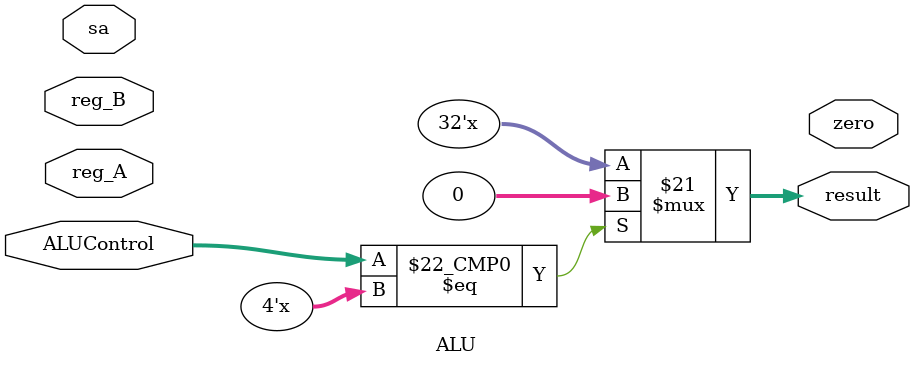
<source format=v>
`timescale 100fs/100fs

module ALU( input [3:0]   ALUControl
          , input [31:0] reg_A
          , input [31:0] reg_B
          , input [4:0]  sa
          , output reg [31:0] result
          , output reg zero 
          ); 

    always @(ALUControl or reg_A or reg_B or sa) 
    begin
        result = 32'b0;

        case (ALUControl)
            4'bxxxx: result = 32'b0;   // jr , j, jal

            4'b0000: result = reg_A & reg_B;  // and, andi

            4'b0001: result = reg_A | reg_B;  // or, ori

            4'b0010:  result = reg_A + reg_B;  // add,addi,addu,addiu,sw,lw

            4'b0011:                           // beq : equal branch
                    begin 
                        result = reg_A - reg_B;
                    end

            4'b0100:                        // bne : not equal branch
                    begin
                        result = reg_A - reg_B;        
                    end

            4'b0101: result = reg_B << reg_A;   //  sllv

            4'b0110: result = reg_A - reg_B;   // sub, subu

            4'b0111: result = $signed(reg_A) < $signed(reg_B) ? 32'b1 : 32'b0;   // slt, slti

            4'b1000: result = $unsigned(reg_A) < $unsigned(reg_B) ? 32'b1 : 32'b0; // sltu, sltiu

            4'b1001: result = reg_B >> reg_A;  // srlv

            4'b1010: result = $signed(reg_B) >>> (reg_A);  // srav

            4'b1011: result = reg_A ^ reg_B;      // xor, xori

            4'b1100: result = ~(reg_A|reg_B);   // nor
            
            4'b1101: result = reg_B << sa;     // sll

            4'b1110: result = reg_B >> sa;     // srl

            4'b1111: result = $signed(reg_B) >>> (sa);    // sra

        endcase
    end

endmodule
</source>
